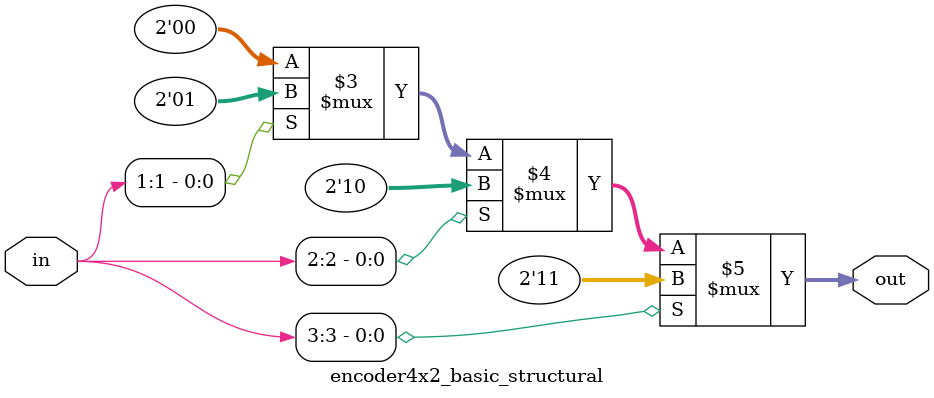
<source format=v>
module encoder4x2_basic_structural(input [3:0] in, output reg [1:0] out);

    always @(*) begin 
        out = (in[3]) ? 2'b11 : (in[2]) ? 2'b10 : (in[1]) ? 2'b01 : (in[0]) ? 2'b00 : 2'b00;
    end

endmodule

</source>
